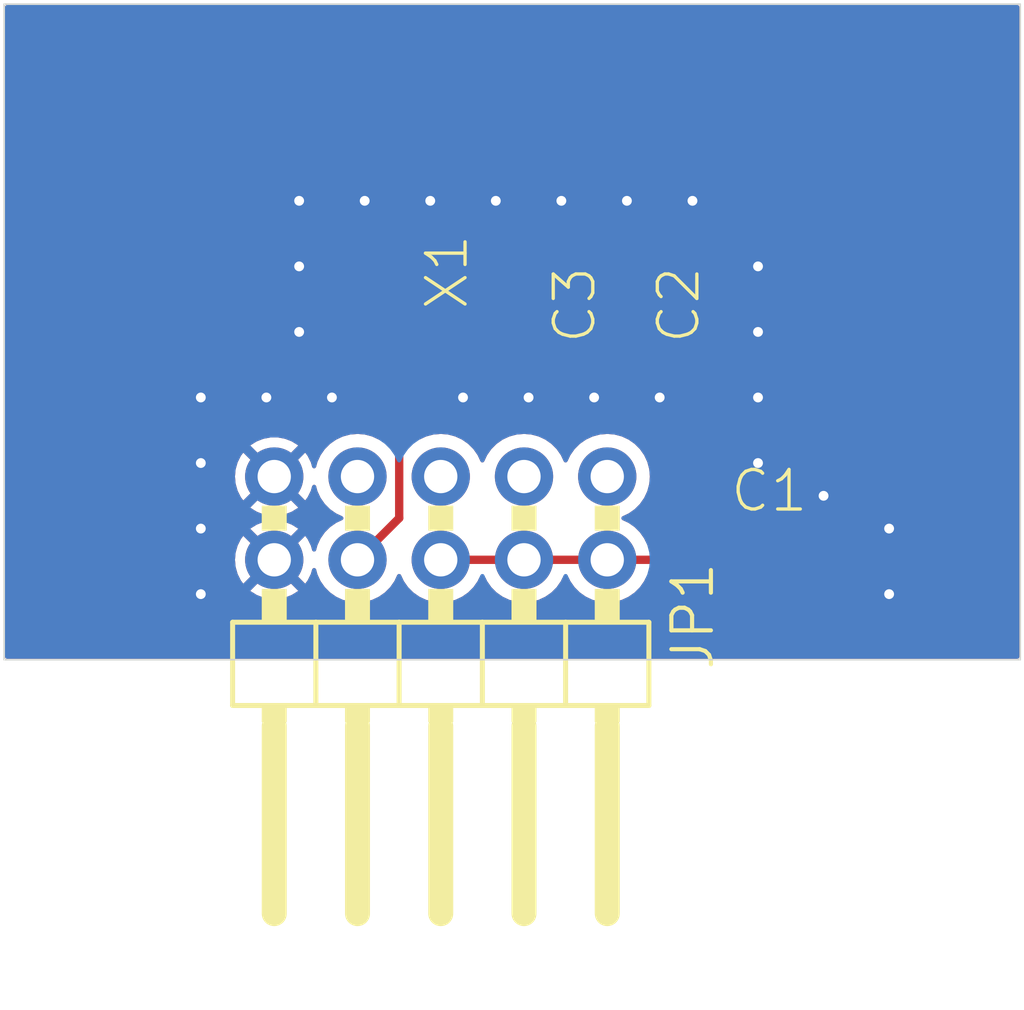
<source format=kicad_pcb>
(kicad_pcb (version 20221018) (generator pcbnew)
  (layers (0 "F.Cu" signal "Top") (31 "B.Cu" signal "Bottom") (34 "B.Paste" user) (35 "F.Paste" user) (36 "B.SilkS" user "B.Silkscreen") (37 "F.SilkS" user "F.Silkscreen") (38 "B.Mask" user) (39 "F.Mask" user) (44 "Edge.Cuts" user))
  (net 0 "")
  (net 1 "+3V3")
  (net 2 "GND")
  (net 3 "/32M")
  (net 4 "Net-(X1-Pad1)")
  (net 5 "Net-(JP1-Pad7)")
  (net 6 "Net-(JP1-Pad5)")
  (net 7 "Net-(JP1-Pad3)")
  (net 8 "Net-(JP1-Pad1)")
  (footprint "ref_board:C1206" (layer "F.Cu") (at 156.3686 111.8286)
    (fp_text reference "C1" (at -1.27 -1.27) (layer "F.SilkS") (effects (font (size 1.2065 1.2065) (thickness 0.1016)) (justify left bottom)))
    (fp_text value "1u")
    (pad "1" smd rect (at -1.4 0) (size 1.6 1.8) (layers "F.Cu" "F.Paste" "F.Mask") (net 1 "+3V3"))
    (pad "2" smd rect (at 1.4 0) (size 1.6 1.8) (layers "F.Cu" "F.Paste" "F.Mask") (net 2 "GND"))
  )
  (footprint "ref_board:C0805" (layer "F.Cu") (at 151.6061 104.2086 -90)
    (fp_text reference "C2" (at -1.27 -1.27 270) (layer "F.SilkS") (effects (font (size 1.2065 1.2065) (thickness 0.1016)) (justify right top)))
    (fp_text value "100n")
    (pad "1" smd rect (at -0.95 0 270) (size 1.3 1.5) (layers "F.Cu" "F.Paste" "F.Mask") (net 1 "+3V3"))
    (pad "2" smd rect (at 0.95 0 270) (size 1.3 1.5) (layers "F.Cu" "F.Paste" "F.Mask") (net 2 "GND"))
  )
  (footprint "ref_board:C0805" (layer "F.Cu") (at 148.4311 104.2086 -90)
    (fp_text reference "C3" (at -1.27 -1.27 270) (layer "F.SilkS") (effects (font (size 1.2065 1.2065) (thickness 0.1016)) (justify right top)))
    (fp_text value "10n")
    (pad "1" smd rect (at -0.95 0 270) (size 1.3 1.5) (layers "F.Cu" "F.Paste" "F.Mask") (net 1 "+3V3"))
    (pad "2" smd rect (at 0.95 0 270) (size 1.3 1.5) (layers "F.Cu" "F.Paste" "F.Mask") (net 2 "GND"))
  )
  (footprint "ref_board:2X05_90" (layer "F.Cu") (at 146.3211 115.7661 180)
    (fp_text reference "JP1" (at -6.985 3.81 270) (layer "F.SilkS") (effects (font (size 1.2065 1.2065) (thickness 0.127)) (justify right top)))
    (fp_text value "PINHD-2X5_90")
    (fp_line (start -6.35 -0.635) (end -6.35 1.905) (stroke (width 0.1524)) (layer "F.SilkS"))
    (fp_line (start -6.35 1.905) (end -3.81 1.905) (stroke (width 0.1524)) (layer "F.SilkS"))
    (fp_line (start -5.08 -6.985) (end -5.08 -1.27) (stroke (width 0.762)) (layer "F.SilkS"))
    (fp_line (start -3.81 -0.635) (end -6.35 -0.635) (stroke (width 0.1524)) (layer "F.SilkS"))
    (fp_line (start -3.81 1.905) (end -3.81 -0.635) (stroke (width 0.1524)) (layer "F.SilkS"))
    (fp_line (start -3.81 1.905) (end -1.27 1.905) (stroke (width 0.1524)) (layer "F.SilkS"))
    (fp_line (start -2.54 -6.985) (end -2.54 -1.27) (stroke (width 0.762)) (layer "F.SilkS"))
    (fp_line (start -1.27 -0.635) (end -3.81 -0.635) (stroke (width 0.1524)) (layer "F.SilkS"))
    (fp_line (start -1.27 1.905) (end -1.27 -0.635) (stroke (width 0.1524)) (layer "F.SilkS"))
    (fp_line (start -1.27 1.905) (end 1.27 1.905) (stroke (width 0.1524)) (layer "F.SilkS"))
    (fp_line (start 0 -6.985) (end 0 -1.27) (stroke (width 0.762)) (layer "F.SilkS"))
    (fp_line (start 1.27 -0.635) (end -1.27 -0.635) (stroke (width 0.1524)) (layer "F.SilkS"))
    (fp_line (start 1.27 1.905) (end 1.27 -0.635) (stroke (width 0.1524)) (layer "F.SilkS"))
    (fp_line (start 1.27 1.905) (end 3.81 1.905) (stroke (width 0.1524)) (layer "F.SilkS"))
    (fp_line (start 2.54 -6.985) (end 2.54 -1.27) (stroke (width 0.762)) (layer "F.SilkS"))
    (fp_line (start 3.81 -0.635) (end 1.27 -0.635) (stroke (width 0.1524)) (layer "F.SilkS"))
    (fp_line (start 3.81 1.905) (end 3.81 -0.635) (stroke (width 0.1524)) (layer "F.SilkS"))
    (fp_line (start 3.81 1.905) (end 6.35 1.905) (stroke (width 0.1524)) (layer "F.SilkS"))
    (fp_line (start 5.08 -6.985) (end 5.08 -1.27) (stroke (width 0.762)) (layer "F.SilkS"))
    (fp_line (start 6.35 -0.635) (end 3.81 -0.635) (stroke (width 0.1524)) (layer "F.SilkS"))
    (fp_line (start 6.35 1.905) (end 6.35 -0.635) (stroke (width 0.1524)) (layer "F.SilkS"))
    (fp_poly (pts (xy -5.461 -0.635) (xy -4.699 -0.635) (xy -4.699 -1.143) (xy -5.461 -1.143)) (fill solid) (layer "F.SilkS"))
    (fp_poly (pts (xy -5.461 2.921) (xy -4.699 2.921) (xy -4.699 1.905) (xy -5.461 1.905)) (fill solid) (layer "F.SilkS"))
    (fp_poly (pts (xy -5.461 5.461) (xy -4.699 5.461) (xy -4.699 4.699) (xy -5.461 4.699)) (fill solid) (layer "F.SilkS"))
    (fp_poly (pts (xy -2.921 -0.635) (xy -2.159 -0.635) (xy -2.159 -1.143) (xy -2.921 -1.143)) (fill solid) (layer "F.SilkS"))
    (fp_poly (pts (xy -2.921 2.921) (xy -2.159 2.921) (xy -2.159 1.905) (xy -2.921 1.905)) (fill solid) (layer "F.SilkS"))
    (fp_poly (pts (xy -2.921 5.461) (xy -2.159 5.461) (xy -2.159 4.699) (xy -2.921 4.699)) (fill solid) (layer "F.SilkS"))
    (fp_poly (pts (xy -0.381 -0.635) (xy 0.381 -0.635) (xy 0.381 -1.143) (xy -0.381 -1.143)) (fill solid) (layer "F.SilkS"))
    (fp_poly (pts (xy -0.381 2.921) (xy 0.381 2.921) (xy 0.381 1.905) (xy -0.381 1.905)) (fill solid) (layer "F.SilkS"))
    (fp_poly (pts (xy -0.381 5.461) (xy 0.381 5.461) (xy 0.381 4.699) (xy -0.381 4.699)) (fill solid) (layer "F.SilkS"))
    (fp_poly (pts (xy 2.159 -0.635) (xy 2.921 -0.635) (xy 2.921 -1.143) (xy 2.159 -1.143)) (fill solid) (layer "F.SilkS"))
    (fp_poly (pts (xy 2.159 2.921) (xy 2.921 2.921) (xy 2.921 1.905) (xy 2.159 1.905)) (fill solid) (layer "F.SilkS"))
    (fp_poly (pts (xy 2.159 5.461) (xy 2.921 5.461) (xy 2.921 4.699) (xy 2.159 4.699)) (fill solid) (layer "F.SilkS"))
    (fp_poly (pts (xy 4.699 -0.635) (xy 5.461 -0.635) (xy 5.461 -1.143) (xy 4.699 -1.143)) (fill solid) (layer "F.SilkS"))
    (fp_poly (pts (xy 4.699 2.921) (xy 5.461 2.921) (xy 5.461 1.905) (xy 4.699 1.905)) (fill solid) (layer "F.SilkS"))
    (fp_poly (pts (xy 4.699 5.461) (xy 5.461 5.461) (xy 5.461 4.699) (xy 4.699 4.699)) (fill solid) (layer "F.SilkS"))
    (pad "1" thru_hole circle (at -5.08 6.35 180) (size 1.778 1.778) (drill 1.016) (layers "*.Cu" "*.Mask") (net 8 "Net-(JP1-Pad1)"))
    (pad "2" thru_hole circle (at -5.08 3.81 180) (size 1.778 1.778) (drill 1.016) (layers "*.Cu" "*.Mask") (net 1 "+3V3"))
    (pad "3" thru_hole circle (at -2.54 6.35 180) (size 1.778 1.778) (drill 1.016) (layers "*.Cu" "*.Mask") (net 7 "Net-(JP1-Pad3)"))
    (pad "4" thru_hole circle (at -2.54 3.81 180) (size 1.778 1.778) (drill 1.016) (layers "*.Cu" "*.Mask") (net 1 "+3V3"))
    (pad "5" thru_hole circle (at 0 6.35 180) (size 1.778 1.778) (drill 1.016) (layers "*.Cu" "*.Mask") (net 6 "Net-(JP1-Pad5)"))
    (pad "6" thru_hole circle (at 0 3.81 180) (size 1.778 1.778) (drill 1.016) (layers "*.Cu" "*.Mask") (net 1 "+3V3"))
    (pad "7" thru_hole circle (at 2.54 6.35 180) (size 1.778 1.778) (drill 1.016) (layers "*.Cu" "*.Mask") (net 5 "Net-(JP1-Pad7)"))
    (pad "8" thru_hole circle (at 2.54 3.81 180) (size 1.778 1.778) (drill 1.016) (layers "*.Cu" "*.Mask") (net 3 "/32M"))
    (pad "9" thru_hole circle (at 5.08 6.35 180) (size 1.778 1.778) (drill 1.016) (layers "*.Cu" "*.Mask") (net 2 "GND"))
    (pad "10" thru_hole circle (at 5.08 3.81 180) (size 1.778 1.778) (drill 1.016) (layers "*.Cu" "*.Mask") (net 2 "GND"))
  )
  (footprint "ref_board:ASE" (layer "F.Cu") (at 144.3036 104.2086 -90)
    (fp_text reference "X1" (at -2.25 -1.5 270) (layer "F.SilkS") (effects (font (size 1.2065 1.2065) (thickness 0.1016)) (justify right top)))
    (fp_text value "ASE")
    (pad "1" smd rect (at -1.2 0.75 270) (size 0.9 1.1) (layers "F.Cu" "F.Paste" "F.Mask") (net 4 "Net-(X1-Pad1)"))
    (pad "2" smd rect (at 1.2 0.75 270) (size 0.9 1.1) (layers "F.Cu" "F.Paste" "F.Mask") (net 2 "GND"))
    (pad "3" smd rect (at 1.2 -0.75 90) (size 0.9 1.1) (layers "F.Cu" "F.Paste" "F.Mask") (net 3 "/32M"))
    (pad "4" smd rect (at -1.2 -0.75 90) (size 0.9 1.1) (layers "F.Cu" "F.Paste" "F.Mask") (net 1 "+3V3"))
  )
  (gr_line (start 164.0011 95.0036) (end 133.0011 95.0036) (stroke (width 0.05)) (layer "Edge.Cuts"))
  (gr_line (start 133.0011 95.0036) (end 133.0011 115.0036) (stroke (width 0.05)) (layer "Edge.Cuts"))
  (gr_line (start 133.0011 115.0036) (end 164.0011 115.0036) (stroke (width 0.05)) (layer "Edge.Cuts"))
  (gr_line (start 164.0011 115.0036) (end 164.0011 95.0036) (stroke (width 0.05)) (layer "Edge.Cuts"))
  (segment (start 154.7811 104.8436) (end 154.7811 111.9561) (width 0.254) (layer "F.Cu") (net 1))
  (segment (start 145.0536 103.0086) (end 145.3036 103.2586) (width 0.254) (layer "F.Cu") (net 1))
  (segment (start 145.3036 103.2586) (end 148.4311 103.2586) (width 0.254) (layer "F.Cu") (net 1))
  (segment (start 154.8411 111.9561) (end 154.7811 111.9561) (width 0.254) (layer "F.Cu") (net 1))
  (segment (start 148.8611 111.9561) (end 151.4011 111.9561) (width 0.254) (layer "F.Cu") (net 1))
  (segment (start 151.6086 103.2561) (end 153.1936 103.2561) (width 0.254) (layer "F.Cu") (net 1))
  (segment (start 146.3211 111.9561) (end 148.8611 111.9561) (width 0.254) (layer "F.Cu") (net 1))
  (segment (start 154.7811 111.9561) (end 151.4011 111.9561) (width 0.254) (layer "F.Cu") (net 1))
  (segment (start 153.1936 103.2561) (end 154.7811 104.8436) (width 0.254) (layer "F.Cu") (net 1))
  (segment (start 148.4311 103.2586) (end 151.6061 103.2586) (width 0.254) (layer "F.Cu") (net 1))
  (segment (start 154.9686 111.8286) (end 154.8411 111.9561) (width 0.254) (layer "F.Cu") (net 1))
  (segment (start 151.6061 103.2586) (end 151.6086 103.2561) (width 0.254) (layer "F.Cu") (net 1))
  (via (at 158.0011 110.0036) (size 0.7064) (drill 0.3) (layers "F.Cu" "B.Cu") (net 2))
  (via (at 151.0011 107.0036) (size 0.7064) (drill 0.3) (layers "F.Cu" "B.Cu") (net 2))
  (via (at 149.0011 107.0036) (size 0.7064) (drill 0.3) (layers "F.Cu" "B.Cu") (net 2))
  (via (at 146.0011 101.0036) (size 0.7064) (drill 0.3) (layers "F.Cu" "B.Cu") (net 2))
  (via (at 153.0011 107.0036) (size 0.7064) (drill 0.3) (layers "F.Cu" "B.Cu") (net 2))
  (via (at 143.0011 107.0036) (size 0.7064) (drill 0.3) (layers "F.Cu" "B.Cu") (net 2))
  (via (at 142.0011 101.0036) (size 0.7064) (drill 0.3) (layers "F.Cu" "B.Cu") (net 2))
  (via (at 154.0011 101.0036) (size 0.7064) (drill 0.3) (layers "F.Cu" "B.Cu") (net 2))
  (via (at 139.0011 109.0036) (size 0.7064) (drill 0.3) (layers "F.Cu" "B.Cu") (net 2))
  (via (at 141.0011 107.0036) (size 0.7064) (drill 0.3) (layers "F.Cu" "B.Cu") (net 2))
  (via (at 139.0011 113.0036) (size 0.7064) (drill 0.3) (layers "F.Cu" "B.Cu") (net 2))
  (via (at 144.0011 101.0036) (size 0.7064) (drill 0.3) (layers "F.Cu" "B.Cu") (net 2))
  (via (at 156.0011 103.0036) (size 0.7064) (drill 0.3) (layers "F.Cu" "B.Cu") (net 2))
  (via (at 139.0011 111.0036) (size 0.7064) (drill 0.3) (layers "F.Cu" "B.Cu") (net 2))
  (via (at 142.0011 105.0036) (size 0.7064) (drill 0.3) (layers "F.Cu" "B.Cu") (net 2))
  (via (at 148.0011 101.0036) (size 0.7064) (drill 0.3) (layers "F.Cu" "B.Cu") (net 2))
  (via (at 156.0011 105.0036) (size 0.7064) (drill 0.3) (layers "F.Cu" "B.Cu") (net 2))
  (via (at 152.0011 101.0036) (size 0.7064) (drill 0.3) (layers "F.Cu" "B.Cu") (net 2))
  (via (at 150.0011 101.0036) (size 0.7064) (drill 0.3) (layers "F.Cu" "B.Cu") (net 2))
  (via (at 139.0011 107.0036) (size 0.7064) (drill 0.3) (layers "F.Cu" "B.Cu") (net 2))
  (via (at 156.0011 107.0036) (size 0.7064) (drill 0.3) (layers "F.Cu" "B.Cu") (net 2))
  (via (at 142.0011 103.0036) (size 0.7064) (drill 0.3) (layers "F.Cu" "B.Cu") (net 2))
  (via (at 156.0011 109.0036) (size 0.7064) (drill 0.3) (layers "F.Cu" "B.Cu") (net 2))
  (via (at 147.0011 107.0036) (size 0.7064) (drill 0.3) (layers "F.Cu" "B.Cu") (net 2))
  (via (at 160.0011 111.0036) (size 0.7064) (drill 0.3) (layers "F.Cu" "B.Cu") (net 2))
  (via (at 160.0011 113.0036) (size 0.7064) (drill 0.3) (layers "F.Cu" "B.Cu") (net 2))
  (segment (start 145.0536 110.6836) (end 145.0536 105.4086) (width 0.254) (layer "F.Cu") (net 3))
  (segment (start 143.7811 111.9561) (end 145.0536 110.6836) (width 0.254) (layer "F.Cu") (net 3))
  (zone (net 2) (net_name "GND") (layer "F.Cu") (priority 6) (connect_pads (clearance 0.4064)) (min_thickness 0.127) (fill yes (thermal_gap 0.304) (thermal_bridge_width 0.304))
    (polygon (pts (xy 164.1281 115.1306) (xy 132.8741 115.1306) (xy 132.8741 94.8766) (xy 164.1281 94.8766)))
  )
  (zone (net 2) (net_name "GND") (layer "B.Cu") (priority 6) (connect_pads (clearance 0.4064)) (min_thickness 0.127) (fill yes (thermal_gap 0.304) (thermal_bridge_width 0.304))
    (polygon (pts (xy 164.1281 115.1306) (xy 132.8741 115.1306) (xy 132.8741 94.8766) (xy 164.1281 94.8766)))
  )
)
</source>
